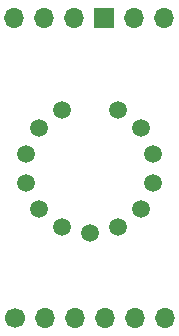
<source format=gbr>
%TF.GenerationSoftware,KiCad,Pcbnew,(6.0.8-1)-1*%
%TF.CreationDate,2022-12-31T23:42:21-07:00*%
%TF.ProjectId,Z573M-tube,5a353733-4d2d-4747-9562-652e6b696361,rev?*%
%TF.SameCoordinates,Original*%
%TF.FileFunction,Soldermask,Bot*%
%TF.FilePolarity,Negative*%
%FSLAX46Y46*%
G04 Gerber Fmt 4.6, Leading zero omitted, Abs format (unit mm)*
G04 Created by KiCad (PCBNEW (6.0.8-1)-1) date 2022-12-31 23:42:21*
%MOMM*%
%LPD*%
G01*
G04 APERTURE LIST*
G04 Aperture macros list*
%AMHorizOval*
0 Thick line with rounded ends*
0 $1 width*
0 $2 $3 position (X,Y) of the first rounded end (center of the circle)*
0 $4 $5 position (X,Y) of the second rounded end (center of the circle)*
0 Add line between two ends*
20,1,$1,$2,$3,$4,$5,0*
0 Add two circle primitives to create the rounded ends*
1,1,$1,$2,$3*
1,1,$1,$4,$5*%
G04 Aperture macros list end*
%ADD10O,1.700000X1.700000*%
%ADD11R,1.700000X1.700000*%
%ADD12C,1.700000*%
%ADD13HorizOval,1.500000X0.000000X0.000000X0.000000X0.000000X0*%
%ADD14HorizOval,1.500000X0.000000X0.000000X0.000000X0.000000X0*%
%ADD15HorizOval,1.500000X0.000000X0.000000X0.000000X0.000000X0*%
%ADD16HorizOval,1.500000X0.000000X0.000000X0.000000X0.000000X0*%
%ADD17HorizOval,1.500000X0.000000X0.000000X0.000000X0.000000X0*%
%ADD18HorizOval,1.500000X0.000000X0.000000X0.000000X0.000000X0*%
%ADD19HorizOval,1.500000X0.000000X0.000000X0.000000X0.000000X0*%
%ADD20HorizOval,1.500000X0.000000X0.000000X0.000000X0.000000X0*%
%ADD21HorizOval,1.500000X0.000000X0.000000X0.000000X0.000000X0*%
%ADD22HorizOval,1.500000X0.000000X0.000000X0.000000X0.000000X0*%
%ADD23HorizOval,1.500000X0.000000X0.000000X0.000000X0.000000X0*%
%ADD24HorizOval,1.500000X0.000000X0.000000X0.000000X0.000000X0*%
%ADD25HorizOval,1.500000X0.000000X0.000000X0.000000X0.000000X0*%
G04 APERTURE END LIST*
D10*
%TO.C,J2*%
X146015162Y-63484132D03*
X148555162Y-63484132D03*
X151095162Y-63484132D03*
D11*
X153635162Y-63484132D03*
D10*
X156175162Y-63484132D03*
X158715162Y-63484132D03*
%TD*%
D12*
%TO.C,J1*%
X146059485Y-88881027D03*
D10*
X148599485Y-88881027D03*
X151139485Y-88881027D03*
X153679485Y-88881027D03*
X156219485Y-88881027D03*
X158759485Y-88881027D03*
%TD*%
D13*
%TO.C,Version 2.0*%
X150013640Y-71244672D03*
D14*
X148099927Y-72770807D03*
D15*
X147037897Y-74976135D03*
D16*
X147037897Y-77423865D03*
D17*
X148099927Y-79629193D03*
D18*
X150013640Y-81155328D03*
D19*
X152400000Y-81700000D03*
D20*
X154786360Y-81155328D03*
D21*
X156700073Y-79629193D03*
D22*
X157762103Y-77423865D03*
D23*
X157762103Y-74976135D03*
D24*
X156700073Y-72770807D03*
D25*
X154786360Y-71244672D03*
%TD*%
M02*

</source>
